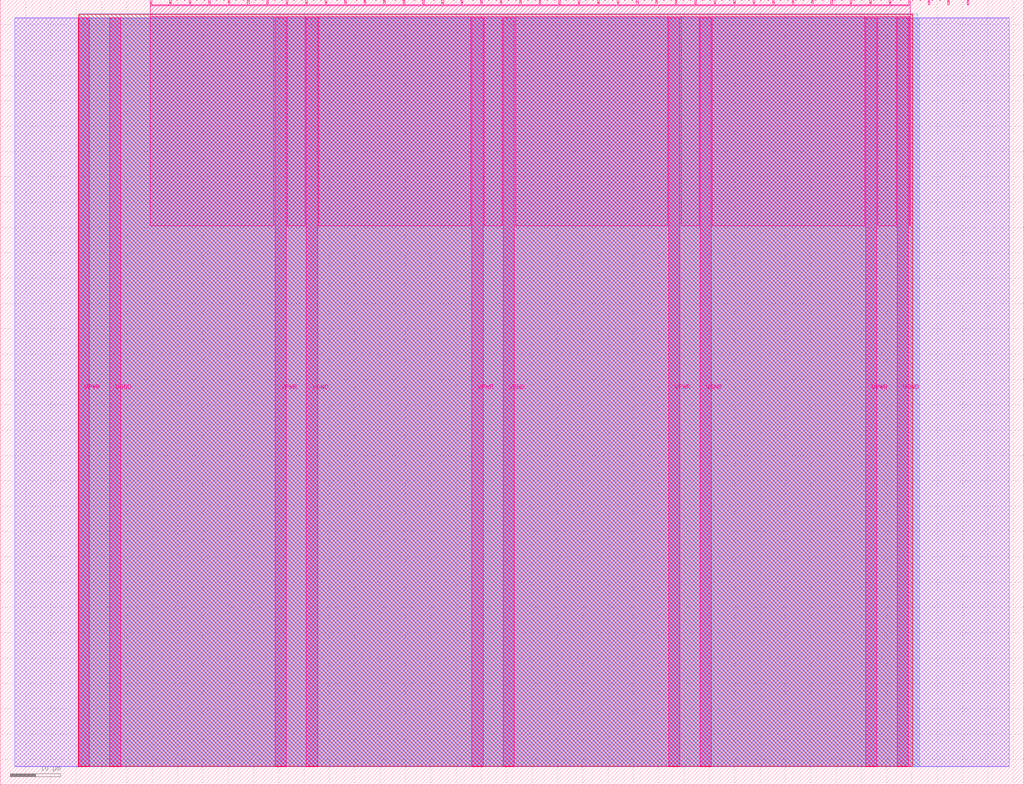
<source format=lef>
VERSION 5.7 ;
  NOWIREEXTENSIONATPIN ON ;
  DIVIDERCHAR "/" ;
  BUSBITCHARS "[]" ;
MACRO tt_um_C8_array_mult
  CLASS BLOCK ;
  FOREIGN tt_um_C8_array_mult ;
  ORIGIN 0.000 0.000 ;
  SIZE 202.080 BY 154.980 ;
  PIN VGND
    DIRECTION INOUT ;
    USE GROUND ;
    PORT
      LAYER Metal5 ;
        RECT 21.580 3.560 23.780 151.420 ;
    END
    PORT
      LAYER Metal5 ;
        RECT 60.450 3.560 62.650 151.420 ;
    END
    PORT
      LAYER Metal5 ;
        RECT 99.320 3.560 101.520 151.420 ;
    END
    PORT
      LAYER Metal5 ;
        RECT 138.190 3.560 140.390 151.420 ;
    END
    PORT
      LAYER Metal5 ;
        RECT 177.060 3.560 179.260 151.420 ;
    END
  END VGND
  PIN VPWR
    DIRECTION INOUT ;
    USE POWER ;
    PORT
      LAYER Metal5 ;
        RECT 15.380 3.560 17.580 151.420 ;
    END
    PORT
      LAYER Metal5 ;
        RECT 54.250 3.560 56.450 151.420 ;
    END
    PORT
      LAYER Metal5 ;
        RECT 93.120 3.560 95.320 151.420 ;
    END
    PORT
      LAYER Metal5 ;
        RECT 131.990 3.560 134.190 151.420 ;
    END
    PORT
      LAYER Metal5 ;
        RECT 170.860 3.560 173.060 151.420 ;
    END
  END VPWR
  PIN clk
    DIRECTION INPUT ;
    USE SIGNAL ;
    PORT
      LAYER Metal5 ;
        RECT 187.050 153.980 187.350 154.980 ;
    END
  END clk
  PIN ena
    DIRECTION INPUT ;
    USE SIGNAL ;
    PORT
      LAYER Metal5 ;
        RECT 190.890 153.980 191.190 154.980 ;
    END
  END ena
  PIN rst_n
    DIRECTION INPUT ;
    USE SIGNAL ;
    PORT
      LAYER Metal5 ;
        RECT 183.210 153.980 183.510 154.980 ;
    END
  END rst_n
  PIN ui_in[0]
    DIRECTION INPUT ;
    USE SIGNAL ;
    ANTENNAGATEAREA 0.213200 ;
    PORT
      LAYER Metal5 ;
        RECT 179.370 153.980 179.670 154.980 ;
    END
  END ui_in[0]
  PIN ui_in[1]
    DIRECTION INPUT ;
    USE SIGNAL ;
    ANTENNAGATEAREA 0.213200 ;
    PORT
      LAYER Metal5 ;
        RECT 175.530 153.980 175.830 154.980 ;
    END
  END ui_in[1]
  PIN ui_in[2]
    DIRECTION INPUT ;
    USE SIGNAL ;
    ANTENNAGATEAREA 0.314600 ;
    PORT
      LAYER Metal5 ;
        RECT 171.690 153.980 171.990 154.980 ;
    END
  END ui_in[2]
  PIN ui_in[3]
    DIRECTION INPUT ;
    USE SIGNAL ;
    ANTENNAGATEAREA 0.213200 ;
    PORT
      LAYER Metal5 ;
        RECT 167.850 153.980 168.150 154.980 ;
    END
  END ui_in[3]
  PIN ui_in[4]
    DIRECTION INPUT ;
    USE SIGNAL ;
    ANTENNAGATEAREA 0.213200 ;
    PORT
      LAYER Metal5 ;
        RECT 164.010 153.980 164.310 154.980 ;
    END
  END ui_in[4]
  PIN ui_in[5]
    DIRECTION INPUT ;
    USE SIGNAL ;
    ANTENNAGATEAREA 0.314600 ;
    PORT
      LAYER Metal5 ;
        RECT 160.170 153.980 160.470 154.980 ;
    END
  END ui_in[5]
  PIN ui_in[6]
    DIRECTION INPUT ;
    USE SIGNAL ;
    ANTENNAGATEAREA 0.213200 ;
    PORT
      LAYER Metal5 ;
        RECT 156.330 153.980 156.630 154.980 ;
    END
  END ui_in[6]
  PIN ui_in[7]
    DIRECTION INPUT ;
    USE SIGNAL ;
    ANTENNAGATEAREA 0.213200 ;
    PORT
      LAYER Metal5 ;
        RECT 152.490 153.980 152.790 154.980 ;
    END
  END ui_in[7]
  PIN uio_in[0]
    DIRECTION INPUT ;
    USE SIGNAL ;
    PORT
      LAYER Metal5 ;
        RECT 148.650 153.980 148.950 154.980 ;
    END
  END uio_in[0]
  PIN uio_in[1]
    DIRECTION INPUT ;
    USE SIGNAL ;
    PORT
      LAYER Metal5 ;
        RECT 144.810 153.980 145.110 154.980 ;
    END
  END uio_in[1]
  PIN uio_in[2]
    DIRECTION INPUT ;
    USE SIGNAL ;
    PORT
      LAYER Metal5 ;
        RECT 140.970 153.980 141.270 154.980 ;
    END
  END uio_in[2]
  PIN uio_in[3]
    DIRECTION INPUT ;
    USE SIGNAL ;
    PORT
      LAYER Metal5 ;
        RECT 137.130 153.980 137.430 154.980 ;
    END
  END uio_in[3]
  PIN uio_in[4]
    DIRECTION INPUT ;
    USE SIGNAL ;
    PORT
      LAYER Metal5 ;
        RECT 133.290 153.980 133.590 154.980 ;
    END
  END uio_in[4]
  PIN uio_in[5]
    DIRECTION INPUT ;
    USE SIGNAL ;
    PORT
      LAYER Metal5 ;
        RECT 129.450 153.980 129.750 154.980 ;
    END
  END uio_in[5]
  PIN uio_in[6]
    DIRECTION INPUT ;
    USE SIGNAL ;
    PORT
      LAYER Metal5 ;
        RECT 125.610 153.980 125.910 154.980 ;
    END
  END uio_in[6]
  PIN uio_in[7]
    DIRECTION INPUT ;
    USE SIGNAL ;
    PORT
      LAYER Metal5 ;
        RECT 121.770 153.980 122.070 154.980 ;
    END
  END uio_in[7]
  PIN uio_oe[0]
    DIRECTION OUTPUT ;
    USE SIGNAL ;
    ANTENNADIFFAREA 0.299200 ;
    PORT
      LAYER Metal5 ;
        RECT 56.490 153.980 56.790 154.980 ;
    END
  END uio_oe[0]
  PIN uio_oe[1]
    DIRECTION OUTPUT ;
    USE SIGNAL ;
    ANTENNADIFFAREA 0.299200 ;
    PORT
      LAYER Metal5 ;
        RECT 52.650 153.980 52.950 154.980 ;
    END
  END uio_oe[1]
  PIN uio_oe[2]
    DIRECTION OUTPUT ;
    USE SIGNAL ;
    ANTENNADIFFAREA 0.299200 ;
    PORT
      LAYER Metal5 ;
        RECT 48.810 153.980 49.110 154.980 ;
    END
  END uio_oe[2]
  PIN uio_oe[3]
    DIRECTION OUTPUT ;
    USE SIGNAL ;
    ANTENNADIFFAREA 0.299200 ;
    PORT
      LAYER Metal5 ;
        RECT 44.970 153.980 45.270 154.980 ;
    END
  END uio_oe[3]
  PIN uio_oe[4]
    DIRECTION OUTPUT ;
    USE SIGNAL ;
    ANTENNADIFFAREA 0.299200 ;
    PORT
      LAYER Metal5 ;
        RECT 41.130 153.980 41.430 154.980 ;
    END
  END uio_oe[4]
  PIN uio_oe[5]
    DIRECTION OUTPUT ;
    USE SIGNAL ;
    ANTENNADIFFAREA 0.299200 ;
    PORT
      LAYER Metal5 ;
        RECT 37.290 153.980 37.590 154.980 ;
    END
  END uio_oe[5]
  PIN uio_oe[6]
    DIRECTION OUTPUT ;
    USE SIGNAL ;
    ANTENNADIFFAREA 0.299200 ;
    PORT
      LAYER Metal5 ;
        RECT 33.450 153.980 33.750 154.980 ;
    END
  END uio_oe[6]
  PIN uio_oe[7]
    DIRECTION OUTPUT ;
    USE SIGNAL ;
    ANTENNADIFFAREA 0.299200 ;
    PORT
      LAYER Metal5 ;
        RECT 29.610 153.980 29.910 154.980 ;
    END
  END uio_oe[7]
  PIN uio_out[0]
    DIRECTION OUTPUT ;
    USE SIGNAL ;
    ANTENNADIFFAREA 0.299200 ;
    PORT
      LAYER Metal5 ;
        RECT 87.210 153.980 87.510 154.980 ;
    END
  END uio_out[0]
  PIN uio_out[1]
    DIRECTION OUTPUT ;
    USE SIGNAL ;
    ANTENNADIFFAREA 0.299200 ;
    PORT
      LAYER Metal5 ;
        RECT 83.370 153.980 83.670 154.980 ;
    END
  END uio_out[1]
  PIN uio_out[2]
    DIRECTION OUTPUT ;
    USE SIGNAL ;
    ANTENNADIFFAREA 0.299200 ;
    PORT
      LAYER Metal5 ;
        RECT 79.530 153.980 79.830 154.980 ;
    END
  END uio_out[2]
  PIN uio_out[3]
    DIRECTION OUTPUT ;
    USE SIGNAL ;
    ANTENNADIFFAREA 0.299200 ;
    PORT
      LAYER Metal5 ;
        RECT 75.690 153.980 75.990 154.980 ;
    END
  END uio_out[3]
  PIN uio_out[4]
    DIRECTION OUTPUT ;
    USE SIGNAL ;
    ANTENNADIFFAREA 0.299200 ;
    PORT
      LAYER Metal5 ;
        RECT 71.850 153.980 72.150 154.980 ;
    END
  END uio_out[4]
  PIN uio_out[5]
    DIRECTION OUTPUT ;
    USE SIGNAL ;
    ANTENNADIFFAREA 0.299200 ;
    PORT
      LAYER Metal5 ;
        RECT 68.010 153.980 68.310 154.980 ;
    END
  END uio_out[5]
  PIN uio_out[6]
    DIRECTION OUTPUT ;
    USE SIGNAL ;
    ANTENNADIFFAREA 0.299200 ;
    PORT
      LAYER Metal5 ;
        RECT 64.170 153.980 64.470 154.980 ;
    END
  END uio_out[6]
  PIN uio_out[7]
    DIRECTION OUTPUT ;
    USE SIGNAL ;
    ANTENNADIFFAREA 0.299200 ;
    PORT
      LAYER Metal5 ;
        RECT 60.330 153.980 60.630 154.980 ;
    END
  END uio_out[7]
  PIN uo_out[0]
    DIRECTION OUTPUT ;
    USE SIGNAL ;
    ANTENNAGATEAREA 0.192400 ;
    ANTENNADIFFAREA 0.706800 ;
    PORT
      LAYER Metal5 ;
        RECT 117.930 153.980 118.230 154.980 ;
    END
  END uo_out[0]
  PIN uo_out[1]
    DIRECTION OUTPUT ;
    USE SIGNAL ;
    ANTENNADIFFAREA 0.988000 ;
    PORT
      LAYER Metal5 ;
        RECT 114.090 153.980 114.390 154.980 ;
    END
  END uo_out[1]
  PIN uo_out[2]
    DIRECTION OUTPUT ;
    USE SIGNAL ;
    ANTENNADIFFAREA 0.706400 ;
    PORT
      LAYER Metal5 ;
        RECT 110.250 153.980 110.550 154.980 ;
    END
  END uo_out[2]
  PIN uo_out[3]
    DIRECTION OUTPUT ;
    USE SIGNAL ;
    ANTENNADIFFAREA 0.706400 ;
    PORT
      LAYER Metal5 ;
        RECT 106.410 153.980 106.710 154.980 ;
    END
  END uo_out[3]
  PIN uo_out[4]
    DIRECTION OUTPUT ;
    USE SIGNAL ;
    ANTENNADIFFAREA 0.733200 ;
    PORT
      LAYER Metal5 ;
        RECT 102.570 153.980 102.870 154.980 ;
    END
  END uo_out[4]
  PIN uo_out[5]
    DIRECTION OUTPUT ;
    USE SIGNAL ;
    ANTENNADIFFAREA 0.733200 ;
    PORT
      LAYER Metal5 ;
        RECT 98.730 153.980 99.030 154.980 ;
    END
  END uo_out[5]
  PIN uo_out[6]
    DIRECTION OUTPUT ;
    USE SIGNAL ;
    ANTENNADIFFAREA 0.706400 ;
    PORT
      LAYER Metal5 ;
        RECT 94.890 153.980 95.190 154.980 ;
    END
  END uo_out[6]
  PIN uo_out[7]
    DIRECTION OUTPUT ;
    USE SIGNAL ;
    ANTENNADIFFAREA 0.615900 ;
    PORT
      LAYER Metal5 ;
        RECT 91.050 153.980 91.350 154.980 ;
    END
  END uo_out[7]
  OBS
      LAYER GatPoly ;
        RECT 2.880 3.630 199.200 151.350 ;
      LAYER Metal1 ;
        RECT 2.880 3.560 199.200 151.420 ;
      LAYER Metal2 ;
        RECT 15.515 3.680 181.475 151.300 ;
      LAYER Metal3 ;
        RECT 15.560 3.635 181.060 152.185 ;
      LAYER Metal4 ;
        RECT 15.515 3.680 180.145 152.140 ;
      LAYER Metal5 ;
        RECT 30.120 153.770 33.240 153.980 ;
        RECT 33.960 153.770 37.080 153.980 ;
        RECT 37.800 153.770 40.920 153.980 ;
        RECT 41.640 153.770 44.760 153.980 ;
        RECT 45.480 153.770 48.600 153.980 ;
        RECT 49.320 153.770 52.440 153.980 ;
        RECT 53.160 153.770 56.280 153.980 ;
        RECT 57.000 153.770 60.120 153.980 ;
        RECT 60.840 153.770 63.960 153.980 ;
        RECT 64.680 153.770 67.800 153.980 ;
        RECT 68.520 153.770 71.640 153.980 ;
        RECT 72.360 153.770 75.480 153.980 ;
        RECT 76.200 153.770 79.320 153.980 ;
        RECT 80.040 153.770 83.160 153.980 ;
        RECT 83.880 153.770 87.000 153.980 ;
        RECT 87.720 153.770 90.840 153.980 ;
        RECT 91.560 153.770 94.680 153.980 ;
        RECT 95.400 153.770 98.520 153.980 ;
        RECT 99.240 153.770 102.360 153.980 ;
        RECT 103.080 153.770 106.200 153.980 ;
        RECT 106.920 153.770 110.040 153.980 ;
        RECT 110.760 153.770 113.880 153.980 ;
        RECT 114.600 153.770 117.720 153.980 ;
        RECT 118.440 153.770 121.560 153.980 ;
        RECT 122.280 153.770 125.400 153.980 ;
        RECT 126.120 153.770 129.240 153.980 ;
        RECT 129.960 153.770 133.080 153.980 ;
        RECT 133.800 153.770 136.920 153.980 ;
        RECT 137.640 153.770 140.760 153.980 ;
        RECT 141.480 153.770 144.600 153.980 ;
        RECT 145.320 153.770 148.440 153.980 ;
        RECT 149.160 153.770 152.280 153.980 ;
        RECT 153.000 153.770 156.120 153.980 ;
        RECT 156.840 153.770 159.960 153.980 ;
        RECT 160.680 153.770 163.800 153.980 ;
        RECT 164.520 153.770 167.640 153.980 ;
        RECT 168.360 153.770 171.480 153.980 ;
        RECT 172.200 153.770 175.320 153.980 ;
        RECT 176.040 153.770 179.160 153.980 ;
        RECT 29.660 151.630 179.620 153.770 ;
        RECT 29.660 110.315 54.040 151.630 ;
        RECT 56.660 110.315 60.240 151.630 ;
        RECT 62.860 110.315 92.910 151.630 ;
        RECT 95.530 110.315 99.110 151.630 ;
        RECT 101.730 110.315 131.780 151.630 ;
        RECT 134.400 110.315 137.980 151.630 ;
        RECT 140.600 110.315 170.650 151.630 ;
        RECT 173.270 110.315 176.850 151.630 ;
        RECT 179.470 110.315 179.620 151.630 ;
  END
END tt_um_C8_array_mult
END LIBRARY


</source>
